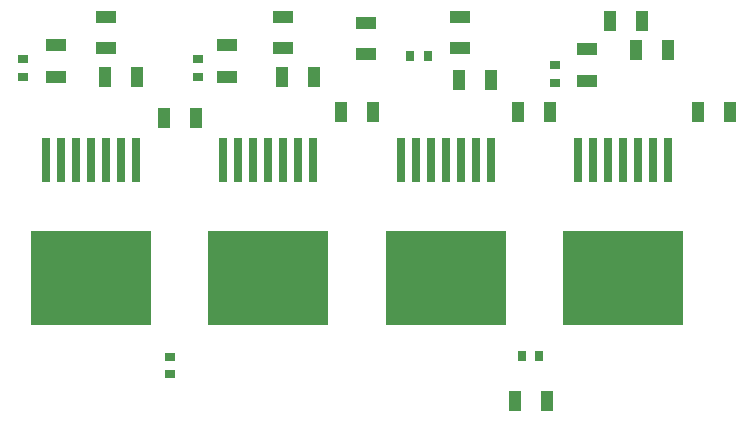
<source format=gbp>
%FSTAX42Y42*%
%MOMM*%
%SFA1B1*%

%IPPOS*%
%ADD11R,1.699997X1.099998*%
%ADD13R,0.699999X0.899998*%
%ADD14R,0.899998X0.699999*%
%ADD16R,1.099998X1.699997*%
%ADD38R,10.249980X7.999984*%
%ADD39R,0.799998X3.699993*%
%LNwhey_agr_agr_pcb-1*%
%LPD*%
G54D11*
X002649Y003194D03*
Y002924D03*
X001624Y003434D03*
Y003164D03*
X001199Y003194D03*
Y002924D03*
X003124Y003434D03*
Y003164D03*
X003824Y003384D03*
Y003114D03*
X004624Y003434D03*
Y003164D03*
X005699Y003159D03*
Y002889D03*
G54D13*
X005293Y000561D03*
X005143D03*
X004349Y003099D03*
X004199D03*
G54D14*
X002399Y003074D03*
Y002924D03*
X002168Y000405D03*
Y000555D03*
X000924Y003074D03*
Y002924D03*
X005424Y003024D03*
Y002874D03*
G54D16*
X006159Y003399D03*
X005889D03*
X005355Y00018D03*
X005085D03*
X006909Y002624D03*
X006639D03*
X002384Y002574D03*
X002114D03*
X001614Y002924D03*
X001884D03*
X003114D03*
X003384D03*
X003884Y002624D03*
X003614D03*
X004614Y002899D03*
X004884D03*
X005384Y002624D03*
X005114D03*
X006114Y003149D03*
X006384D03*
G54D38*
X001499Y001224D03*
X004499D03*
X005999D03*
X002999D03*
G54D39*
X00188Y002224D03*
X001753D03*
X001626D03*
X001499D03*
X001372D03*
X001245D03*
X001118D03*
X00488D03*
X004753D03*
X004626D03*
X004499D03*
X004372D03*
X004245D03*
X004118D03*
X00638D03*
X006253D03*
X006126D03*
X005999D03*
X005872D03*
X005745D03*
X005618D03*
X00338D03*
X003253D03*
X003126D03*
X002999D03*
X002872D03*
X002745D03*
X002618D03*
M02*
</source>
